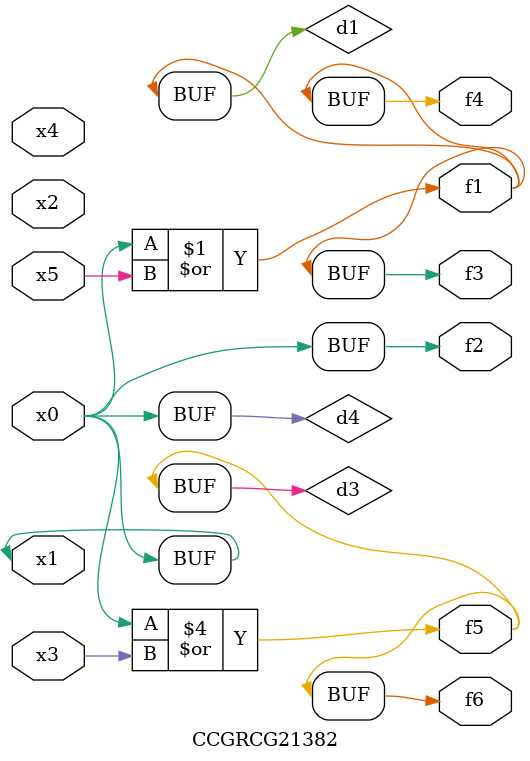
<source format=v>
module CCGRCG21382(
	input x0, x1, x2, x3, x4, x5,
	output f1, f2, f3, f4, f5, f6
);

	wire d1, d2, d3, d4;

	or (d1, x0, x5);
	xnor (d2, x1, x4);
	or (d3, x0, x3);
	buf (d4, x0, x1);
	assign f1 = d1;
	assign f2 = d4;
	assign f3 = d1;
	assign f4 = d1;
	assign f5 = d3;
	assign f6 = d3;
endmodule

</source>
